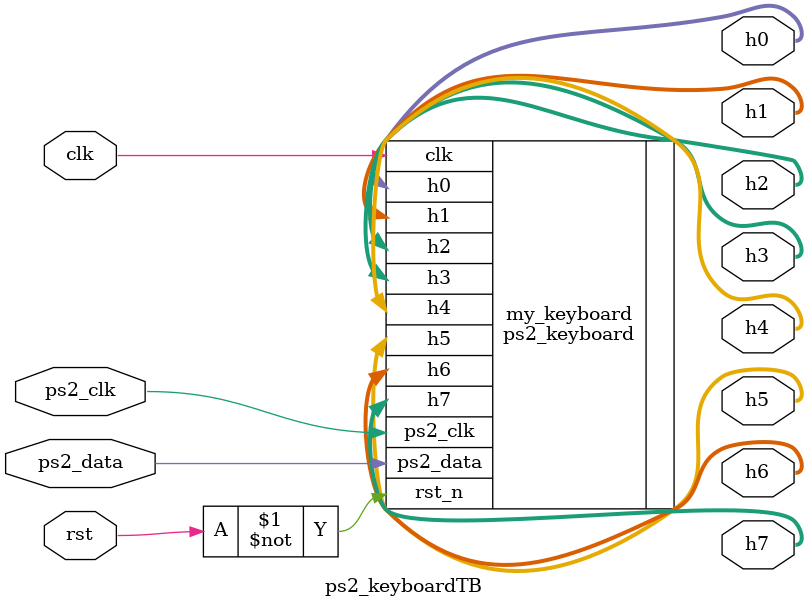
<source format=v>
module ps2_keyboardTB(
    input                       clk,
    input                       rst,

    input                       ps2_clk,
    input                       ps2_data,
    output reg      [6: 0]      h0,
    output reg      [6: 0]      h1,
    output reg      [6: 0]      h2,
    output reg      [6: 0]      h3,
    output reg      [6: 0]      h4,
    output reg      [6: 0]      h5,
    output reg      [6: 0]      h6,
    output reg      [6: 0]      h7
);

    ps2_keyboard my_keyboard(
        .clk(clk),
        .rst_n(~rst),
        .ps2_clk(ps2_clk),
        .ps2_data(ps2_data),
        .h0(h0),
        .h1(h1),
        .h2(h2),
        .h3(h3),
        .h4(h4),
        .h5(h5),
        .h6(h6),
        .h7(h7)
    );


endmodule
</source>
